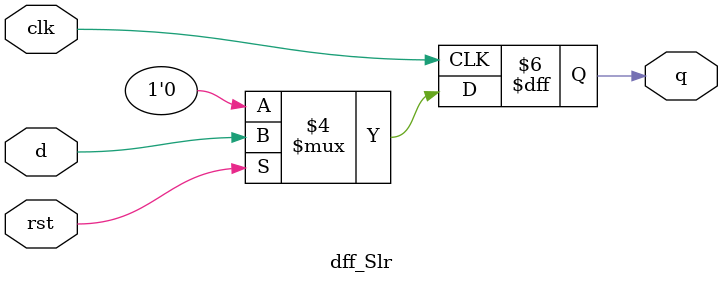
<source format=v>
module dff_Slr(q,d,clk,rst);
    input d,clk,rst;
    output reg q;

    always @(posedge clk)
        if(!rst)
            q <= 1'b0;
        else
            q <= d;
endmodule
</source>
